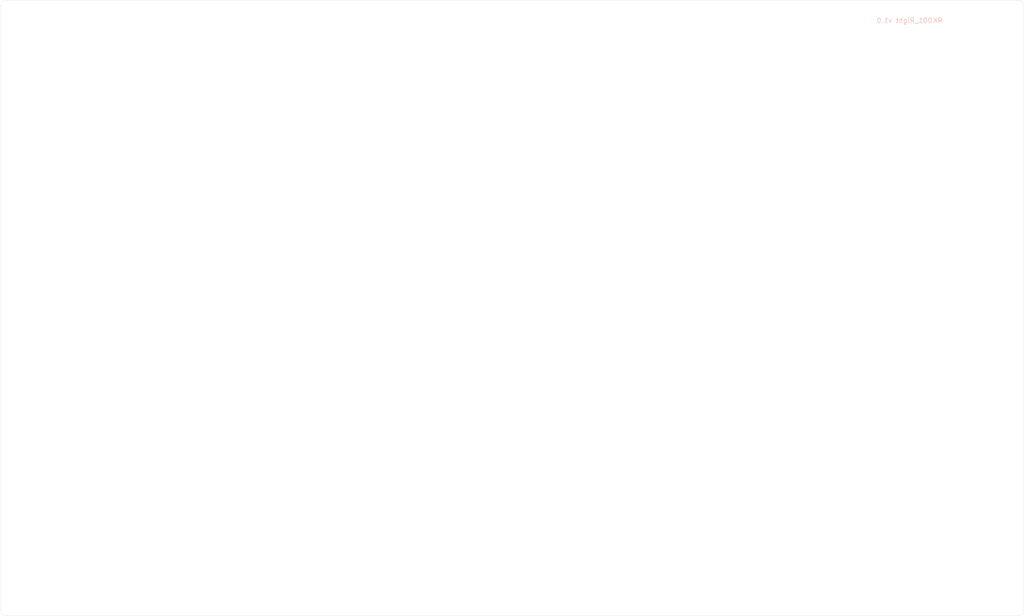
<source format=kicad_pcb>
(kicad_pcb (version 20240108) (generator "pcbnew") (generator_version "8.0")
  (layers (0 "F.Cu" signal) (31 "B.Cu" signal) (34 "B.Paste" user) (35 "F.Paste" user) (36 "B.SilkS" user "B.Silkscreen") (37 "F.SilkS" user "F.Silkscreen") (38 "B.Mask" user) (39 "F.Mask" user) (44 "Edge.Cuts" user))
  (net 0 "")
  (footprint "kbd_Hole:m2_Screw_Hole" (layer "F.Cu") (at 223.8375 23.8125)
    (property "Reference" "M2")
    (property "Value" "Mark")
    (pad "" np_thru_hole circle (at 0 0) (size 2.2 2.2) (drill 2.2) (layers "*.Cu" "*.Mask"))
  )
  (footprint "Rikkodo_FootPrint:rkd_Point_Hall" (layer "F.Cu") (at 30.95625 101.203125)
    (property "Reference" "Point1" (hide yes))
    (property "Value" "PointHall" (hide yes))
    (pad "" np_thru_hole circle (at -7.25 -12) (size 2.2 2.2) (drill 2.2) (layers "*.Cu" "*.Mask"))
    (pad "" np_thru_hole circle (at -7.25 12) (size 2.2 2.2) (drill 2.2) (layers "*.Cu" "*.Mask"))
    (pad "" np_thru_hole circle (at 7.25 -12) (size 2.2 2.2) (drill 2.2) (layers "*.Cu" "*.Mask"))
    (pad "" np_thru_hole circle (at 7.25 12) (size 2.2 2.2) (drill 2.2) (layers "*.Cu" "*.Mask"))
  )
  (footprint "kbd_Hole:m2_Screw_Hole" (layer "F.Cu") (at 23.8125 47.625)
    (property "Reference" "M7")
    (property "Value" "Mark")
    (pad "" np_thru_hole circle (at 0 0) (size 2.2 2.2) (drill 2.2) (layers "*.Cu" "*.Mask"))
  )
  (footprint "kbd_Hole:m2_Screw_Hole" (layer "F.Cu") (at 83.34375 26.1937)
    (property "Reference" "M5")
    (property "Value" "Mark")
    (pad "" np_thru_hole circle (at 0 0) (size 2.2 2.2) (drill 2.2) (layers "*.Cu" "*.Mask"))
  )
  (footprint "kbd_Hole:m2_Screw_Hole" (layer "F.Cu") (at 226.2188 140.4937)
    (property "Reference" "M4")
    (property "Value" "Mark")
    (pad "" np_thru_hole circle (at 0 0) (size 2.2 2.2) (drill 2.2) (layers "*.Cu" "*.Mask"))
  )
  (footprint "kbd_Hole:m2_Screw_Hole" (layer "F.Cu") (at 83.34375 35.7187)
    (property "Reference" "M6")
    (property "Value" "Mark")
    (pad "" np_thru_hole circle (at 0 0) (size 2.2 2.2) (drill 2.2) (layers "*.Cu" "*.Mask"))
  )
  (footprint "kbd_Hole:m2_Screw_Hole" (layer "F.Cu") (at 92.86875 23.8125)
    (property "Reference" "M1")
    (property "Value" "Mark")
    (pad "" np_thru_hole circle (at 0 0) (size 2.2 2.2) (drill 2.2) (layers "*.Cu" "*.Mask"))
  )
  (footprint "kbd_Hole:m2_Screw_Hole" (layer "F.Cu") (at 26.1938 140.4937)
    (property "Reference" "M3")
    (property "Value" "Mark")
    (pad "" np_thru_hole circle (at 0 0) (size 2.2 2.2) (drill 2.2) (layers "*.Cu" "*.Mask"))
  )
  (gr_line (start 229.790625 145.25625) (end 22.621875 145.25625) (stroke (width 0.05)) (layer "Edge.Cuts"))
  (gr_line (start 21.43125 144.065625) (end 21.4313 20.240625) (stroke (width 0.05)) (layer "Edge.Cuts"))
  (gr_line (start 230.98125 20.240625) (end 230.98125 144.065625) (stroke (width 0.05)) (layer "Edge.Cuts"))
  (gr_arc (start 229.790625 19.05) (mid 230.632524 19.398726) (end 230.98125 20.240625) (stroke (width 0.05)) (layer "Edge.Cuts"))
  (gr_line (start 229.790625 19.05) (end 22.621875 19.05005) (stroke (width 0.05)) (layer "Edge.Cuts"))
  (gr_arc (start 21.4313 20.240625) (mid 21.780011 19.398761) (end 22.621875 19.05005) (stroke (width 0.05)) (layer "Edge.Cuts"))
  (gr_arc (start 230.98125 144.065625) (mid 230.632524 144.907524) (end 229.790625 145.25625) (stroke (width 0.05)) (layer "Edge.Cuts"))
  (gr_arc (start 22.621875 145.25625) (mid 21.779976 144.907524) (end 21.43125 144.065625) (stroke (width 0.05)) (layer "Edge.Cuts"))
  (gr_text "RKD01_Right v1.0" (at 214.3125 23.8125 0) (layer "B.SilkS") (effects (font (size 1 1) (thickness 0.1)) (justify left bottom mirror)))
)
</source>
